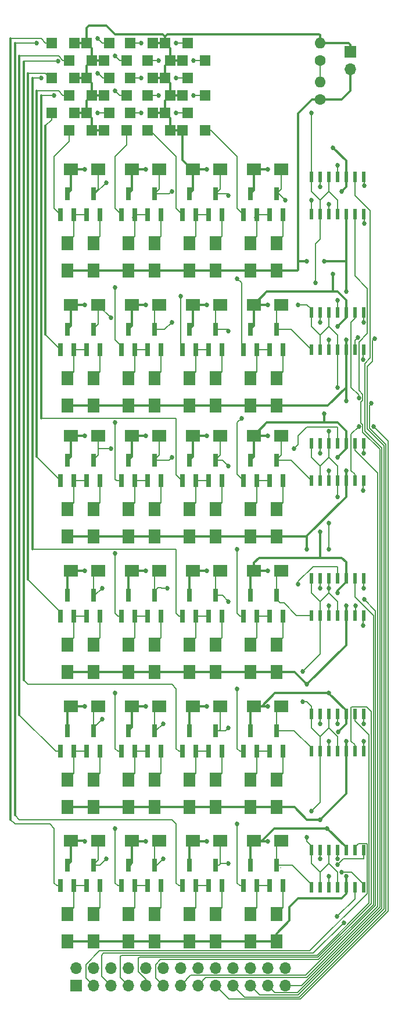
<source format=gtl>
G04 #@! TF.FileFunction,Copper,L1,Top,Signal*
%FSLAX46Y46*%
G04 Gerber Fmt 4.6, Leading zero omitted, Abs format (unit mm)*
G04 Created by KiCad (PCBNEW 4.0.7) date Wed Feb 14 16:44:24 2018*
%MOMM*%
%LPD*%
G01*
G04 APERTURE LIST*
%ADD10C,0.100000*%
%ADD11R,0.600000X1.500000*%
%ADD12R,1.700000X1.700000*%
%ADD13O,1.700000X1.700000*%
%ADD14R,0.800000X1.900000*%
%ADD15R,2.000000X1.700000*%
%ADD16R,1.500000X1.500000*%
%ADD17C,1.600000*%
%ADD18O,1.600000X1.600000*%
%ADD19R,1.700000X2.000000*%
%ADD20C,0.685800*%
%ADD21C,0.152400*%
%ADD22C,0.304800*%
G04 APERTURE END LIST*
D10*
D11*
X67583219Y-38199377D03*
X66313219Y-38199377D03*
X65043219Y-38199377D03*
X63773219Y-38199377D03*
X62503219Y-38199377D03*
X61233219Y-38199377D03*
X59963219Y-38199377D03*
X59963219Y-43599377D03*
X61233219Y-43599377D03*
X62503219Y-43599377D03*
X63773219Y-43599377D03*
X65043219Y-43599377D03*
X66313219Y-43599377D03*
X67583219Y-43599377D03*
X67583219Y-96619377D03*
X66313219Y-96619377D03*
X65043219Y-96619377D03*
X63773219Y-96619377D03*
X62503219Y-96619377D03*
X61233219Y-96619377D03*
X59963219Y-96619377D03*
X59963219Y-102019377D03*
X61233219Y-102019377D03*
X62503219Y-102019377D03*
X63773219Y-102019377D03*
X65043219Y-102019377D03*
X66313219Y-102019377D03*
X67583219Y-102019377D03*
D12*
X25673219Y-155834377D03*
D13*
X25673219Y-153294377D03*
X28213219Y-155834377D03*
X28213219Y-153294377D03*
X30753219Y-155834377D03*
X30753219Y-153294377D03*
X33293219Y-155834377D03*
X33293219Y-153294377D03*
X35833219Y-155834377D03*
X35833219Y-153294377D03*
X38373219Y-155834377D03*
X38373219Y-153294377D03*
X40913219Y-155834377D03*
X40913219Y-153294377D03*
X43453219Y-155834377D03*
X43453219Y-153294377D03*
X45993219Y-155834377D03*
X45993219Y-153294377D03*
X48533219Y-155834377D03*
X48533219Y-153294377D03*
X51073219Y-155834377D03*
X51073219Y-153294377D03*
X53613219Y-155834377D03*
X53613219Y-153294377D03*
X56153219Y-155834377D03*
X56153219Y-153294377D03*
D11*
X67583219Y-76934377D03*
X66313219Y-76934377D03*
X65043219Y-76934377D03*
X63773219Y-76934377D03*
X62503219Y-76934377D03*
X61233219Y-76934377D03*
X59963219Y-76934377D03*
X59963219Y-82334377D03*
X61233219Y-82334377D03*
X62503219Y-82334377D03*
X63773219Y-82334377D03*
X65043219Y-82334377D03*
X66313219Y-82334377D03*
X67583219Y-82334377D03*
X67583219Y-136149377D03*
X66313219Y-136149377D03*
X65043219Y-136149377D03*
X63773219Y-136149377D03*
X62503219Y-136149377D03*
X61233219Y-136149377D03*
X59963219Y-136149377D03*
X59963219Y-141549377D03*
X61233219Y-141549377D03*
X62503219Y-141549377D03*
X63773219Y-141549377D03*
X65043219Y-141549377D03*
X66313219Y-141549377D03*
X67583219Y-141549377D03*
X67583219Y-116304377D03*
X66313219Y-116304377D03*
X65043219Y-116304377D03*
X63773219Y-116304377D03*
X62503219Y-116304377D03*
X61233219Y-116304377D03*
X59963219Y-116304377D03*
X59963219Y-121704377D03*
X61233219Y-121704377D03*
X62503219Y-121704377D03*
X63773219Y-121704377D03*
X65043219Y-121704377D03*
X66313219Y-121704377D03*
X67583219Y-121704377D03*
D14*
X41233219Y-141333477D03*
X43133219Y-141333477D03*
X42183219Y-138333477D03*
X53933219Y-141333477D03*
X55833219Y-141333477D03*
X54883219Y-138333477D03*
D15*
X46723219Y-134753477D03*
X42723219Y-134753477D03*
D16*
X33548219Y-18674377D03*
X36848219Y-18674377D03*
X33038219Y-26294377D03*
X29738219Y-26294377D03*
D15*
X28943219Y-134753477D03*
X24943219Y-134753477D03*
D16*
X22118219Y-18674377D03*
X25418219Y-18674377D03*
D15*
X37833219Y-134753477D03*
X33833219Y-134753477D03*
D16*
X30498219Y-18674377D03*
X27198219Y-18674377D03*
D15*
X55613219Y-134753477D03*
X51613219Y-134753477D03*
D16*
X41928219Y-18674377D03*
X38628219Y-18674377D03*
D15*
X28943219Y-115194377D03*
X24943219Y-115194377D03*
D16*
X24658219Y-21214377D03*
X27958219Y-21214377D03*
D15*
X37833219Y-115194377D03*
X33833219Y-115194377D03*
D16*
X33038219Y-21214377D03*
X29738219Y-21214377D03*
D15*
X46723219Y-115194377D03*
X42723219Y-115194377D03*
D16*
X36088219Y-21214377D03*
X39388219Y-21214377D03*
D15*
X55613219Y-115194377D03*
X51613219Y-115194377D03*
D16*
X44468219Y-21214377D03*
X41168219Y-21214377D03*
D15*
X28943219Y-95509377D03*
X24943219Y-95509377D03*
D16*
X22118219Y-23754377D03*
X25418219Y-23754377D03*
D15*
X37833219Y-95509377D03*
X33833219Y-95509377D03*
D16*
X30498219Y-23754377D03*
X27198219Y-23754377D03*
D15*
X46723219Y-95509377D03*
X42723219Y-95509377D03*
D16*
X33548219Y-23754377D03*
X36848219Y-23754377D03*
D15*
X55613219Y-95509377D03*
X51613219Y-95509377D03*
D16*
X41928219Y-23754377D03*
X38628219Y-23754377D03*
D15*
X28943219Y-75824377D03*
X24943219Y-75824377D03*
D16*
X24658219Y-26294377D03*
X27958219Y-26294377D03*
D15*
X37833219Y-75824377D03*
X33833219Y-75824377D03*
X46723219Y-75824377D03*
X42723219Y-75824377D03*
D16*
X36088219Y-26294377D03*
X39388219Y-26294377D03*
D15*
X55613219Y-75824377D03*
X51613219Y-75824377D03*
D16*
X44468219Y-26294377D03*
X41168219Y-26294377D03*
D15*
X28943219Y-56774377D03*
X24943219Y-56774377D03*
D16*
X22118219Y-28834377D03*
X25418219Y-28834377D03*
D15*
X37833219Y-56774377D03*
X33833219Y-56774377D03*
D16*
X30498219Y-28834377D03*
X27198219Y-28834377D03*
D15*
X46723219Y-56774377D03*
X42723219Y-56774377D03*
D16*
X33548219Y-28834377D03*
X36848219Y-28834377D03*
D15*
X55613219Y-56774377D03*
X51613219Y-56774377D03*
D16*
X41928219Y-28834377D03*
X38628219Y-28834377D03*
D15*
X28943219Y-37089377D03*
X24943219Y-37089377D03*
D16*
X24658219Y-31374377D03*
X27958219Y-31374377D03*
D15*
X37833219Y-37089377D03*
X33833219Y-37089377D03*
D16*
X33038219Y-31374377D03*
X29738219Y-31374377D03*
D15*
X46723219Y-37089377D03*
X42723219Y-37089377D03*
D16*
X36088219Y-31374377D03*
X39388219Y-31374377D03*
D15*
X55613219Y-37089377D03*
X51613219Y-37089377D03*
D16*
X44468219Y-31374377D03*
X41168219Y-31374377D03*
D12*
X65678219Y-19944377D03*
D13*
X65678219Y-22484377D03*
D14*
X23453219Y-141333477D03*
X25353219Y-141333477D03*
X24403219Y-138333477D03*
X27263219Y-141333477D03*
X29163219Y-141333477D03*
X28213219Y-138333477D03*
X32343219Y-141333477D03*
X34243219Y-141333477D03*
X33293219Y-138333477D03*
X36153219Y-141333477D03*
X38053219Y-141333477D03*
X37103219Y-138333477D03*
X45043219Y-141333477D03*
X46943219Y-141333477D03*
X45993219Y-138333477D03*
X50123219Y-141333477D03*
X52023219Y-141333477D03*
X51073219Y-138333477D03*
X23453219Y-121774377D03*
X25353219Y-121774377D03*
X24403219Y-118774377D03*
X27263219Y-121774377D03*
X29163219Y-121774377D03*
X28213219Y-118774377D03*
X32343219Y-121774377D03*
X34243219Y-121774377D03*
X33293219Y-118774377D03*
X36153219Y-121774377D03*
X38053219Y-121774377D03*
X37103219Y-118774377D03*
X41233219Y-121774377D03*
X43133219Y-121774377D03*
X42183219Y-118774377D03*
X45043219Y-121774377D03*
X46943219Y-121774377D03*
X45993219Y-118774377D03*
X50123219Y-121774377D03*
X52023219Y-121774377D03*
X51073219Y-118774377D03*
X53933219Y-121774377D03*
X55833219Y-121774377D03*
X54883219Y-118774377D03*
X23453219Y-102089377D03*
X25353219Y-102089377D03*
X24403219Y-99089377D03*
X27263219Y-102089377D03*
X29163219Y-102089377D03*
X28213219Y-99089377D03*
X32343219Y-102089377D03*
X34243219Y-102089377D03*
X33293219Y-99089377D03*
X36153219Y-102089377D03*
X38053219Y-102089377D03*
X37103219Y-99089377D03*
X41233219Y-102089377D03*
X43133219Y-102089377D03*
X42183219Y-99089377D03*
X45043219Y-102089377D03*
X46943219Y-102089377D03*
X45993219Y-99089377D03*
X50123219Y-102089377D03*
X52023219Y-102089377D03*
X51073219Y-99089377D03*
X53933219Y-102089377D03*
X55833219Y-102089377D03*
X54883219Y-99089377D03*
X23453219Y-82404377D03*
X25353219Y-82404377D03*
X24403219Y-79404377D03*
X27263219Y-82404377D03*
X29163219Y-82404377D03*
X28213219Y-79404377D03*
X32343219Y-82404377D03*
X34243219Y-82404377D03*
X33293219Y-79404377D03*
X36153219Y-82404377D03*
X38053219Y-82404377D03*
X37103219Y-79404377D03*
X41233219Y-82404377D03*
X43133219Y-82404377D03*
X42183219Y-79404377D03*
X45043219Y-82404377D03*
X46943219Y-82404377D03*
X45993219Y-79404377D03*
X50123219Y-82404377D03*
X52023219Y-82404377D03*
X51073219Y-79404377D03*
X53933219Y-82404377D03*
X55833219Y-82404377D03*
X54883219Y-79404377D03*
X23453219Y-63354377D03*
X25353219Y-63354377D03*
X24403219Y-60354377D03*
X27263219Y-63354377D03*
X29163219Y-63354377D03*
X28213219Y-60354377D03*
X32343219Y-63354377D03*
X34243219Y-63354377D03*
X33293219Y-60354377D03*
X36153219Y-63354377D03*
X38053219Y-63354377D03*
X37103219Y-60354377D03*
X41233219Y-63354377D03*
X43133219Y-63354377D03*
X42183219Y-60354377D03*
X45043219Y-63354377D03*
X46943219Y-63354377D03*
X45993219Y-60354377D03*
X50123219Y-63354377D03*
X52023219Y-63354377D03*
X51073219Y-60354377D03*
X53933219Y-63354377D03*
X55833219Y-63354377D03*
X54883219Y-60354377D03*
X23453219Y-43669377D03*
X25353219Y-43669377D03*
X24403219Y-40669377D03*
X27263219Y-43669377D03*
X29163219Y-43669377D03*
X28213219Y-40669377D03*
X32343219Y-43669377D03*
X34243219Y-43669377D03*
X33293219Y-40669377D03*
X36153219Y-43669377D03*
X38053219Y-43669377D03*
X37103219Y-40669377D03*
X41233219Y-43669377D03*
X43133219Y-43669377D03*
X42183219Y-40669377D03*
X45043219Y-43669377D03*
X46943219Y-43669377D03*
X45993219Y-40669377D03*
X50123219Y-43669377D03*
X52023219Y-43669377D03*
X51073219Y-40669377D03*
X53933219Y-43669377D03*
X55833219Y-43669377D03*
X54883219Y-40669377D03*
D17*
X61233219Y-21214377D03*
D18*
X61233219Y-18674377D03*
D17*
X61233219Y-26929377D03*
D18*
X61233219Y-24389377D03*
D19*
X24403219Y-145453477D03*
X24403219Y-149453477D03*
X28213219Y-145453477D03*
X28213219Y-149453477D03*
X33293219Y-145453477D03*
X33293219Y-149453477D03*
X37103219Y-145453477D03*
X37103219Y-149453477D03*
X42183219Y-145453477D03*
X42183219Y-149453477D03*
X45993219Y-145453477D03*
X45993219Y-149453477D03*
X51073219Y-145453477D03*
X51073219Y-149453477D03*
X54883219Y-145453477D03*
X54883219Y-149453477D03*
X24403219Y-125894377D03*
X24403219Y-129894377D03*
X28213219Y-125894377D03*
X28213219Y-129894377D03*
X33293219Y-125894377D03*
X33293219Y-129894377D03*
X37103219Y-125894377D03*
X37103219Y-129894377D03*
X42183219Y-125894377D03*
X42183219Y-129894377D03*
X45993219Y-125894377D03*
X45993219Y-129894377D03*
X51073219Y-125894377D03*
X51073219Y-129894377D03*
X54883219Y-125894377D03*
X54883219Y-129894377D03*
X24403219Y-106209377D03*
X24403219Y-110209377D03*
X28213219Y-106209377D03*
X28213219Y-110209377D03*
X33293219Y-106209377D03*
X33293219Y-110209377D03*
X37103219Y-106209377D03*
X37103219Y-110209377D03*
X42183219Y-106209377D03*
X42183219Y-110209377D03*
X45993219Y-106209377D03*
X45993219Y-110209377D03*
X51073219Y-106209377D03*
X51073219Y-110209377D03*
X54883219Y-106209377D03*
X54883219Y-110209377D03*
X24403219Y-86524377D03*
X24403219Y-90524377D03*
X28213219Y-86524377D03*
X28213219Y-90524377D03*
X33293219Y-86524377D03*
X33293219Y-90524377D03*
X37103219Y-86524377D03*
X37103219Y-90524377D03*
X42183219Y-86524377D03*
X42183219Y-90524377D03*
X45993219Y-86524377D03*
X45993219Y-90524377D03*
X51073219Y-86524377D03*
X51073219Y-90524377D03*
X54883219Y-86524377D03*
X54883219Y-90524377D03*
X24403219Y-67474377D03*
X24403219Y-71474377D03*
X28213219Y-67474377D03*
X28213219Y-71474377D03*
X33293219Y-67474377D03*
X33293219Y-71474377D03*
X37103219Y-67474377D03*
X37103219Y-71474377D03*
X42183219Y-67474377D03*
X42183219Y-71474377D03*
X45993219Y-67474377D03*
X45993219Y-71474377D03*
X51073219Y-67474377D03*
X51073219Y-71474377D03*
X54883219Y-67474377D03*
X54883219Y-71474377D03*
X24403219Y-47789377D03*
X24403219Y-51789377D03*
X28213219Y-47789377D03*
X28213219Y-51789377D03*
X33293219Y-47789377D03*
X33293219Y-51789377D03*
X37103219Y-47789377D03*
X37103219Y-51789377D03*
X42183219Y-47789377D03*
X42183219Y-51789377D03*
X45993219Y-47789377D03*
X45993219Y-51789377D03*
X51073219Y-47789377D03*
X51073219Y-51789377D03*
X54883219Y-47789377D03*
X54883219Y-51789377D03*
D11*
X67583219Y-57884377D03*
X66313219Y-57884377D03*
X65043219Y-57884377D03*
X63773219Y-57884377D03*
X62503219Y-57884377D03*
X61233219Y-57884377D03*
X59963219Y-57884377D03*
X59963219Y-63284377D03*
X61233219Y-63284377D03*
X62503219Y-63284377D03*
X63773219Y-63284377D03*
X65043219Y-63284377D03*
X66313219Y-63284377D03*
X67583219Y-63284377D03*
D20*
X63138219Y-33914377D03*
X63138219Y-52329377D03*
X64408219Y-40264377D03*
X63773219Y-59949377D03*
X61868219Y-72649377D03*
X62318219Y-132974377D03*
X63859831Y-118917765D03*
X62503219Y-113289377D03*
X63773219Y-98684377D03*
X53613219Y-134879377D03*
X44723219Y-134879377D03*
X35833219Y-134879377D03*
X26943219Y-134879377D03*
X63773219Y-78999377D03*
X61233219Y-89794377D03*
X26943219Y-115194377D03*
X35833219Y-115194377D03*
X44723219Y-115194377D03*
X53613219Y-115194377D03*
X26943219Y-95509377D03*
X35833219Y-95509377D03*
X44723219Y-95509377D03*
X53613219Y-95509377D03*
X26943219Y-75824377D03*
X35833219Y-75824377D03*
X44723219Y-75824377D03*
X53613219Y-75824377D03*
X53613219Y-56774377D03*
X44723219Y-56774377D03*
X35833219Y-56774377D03*
X26943219Y-56774377D03*
X26943219Y-37089377D03*
X35833219Y-37089377D03*
X44723219Y-37089377D03*
X53613219Y-37089377D03*
X30118219Y-137419377D03*
X63773219Y-137419377D03*
X38373219Y-137419377D03*
X61233219Y-137419377D03*
X47898219Y-138054377D03*
X62503219Y-139959377D03*
X29483219Y-117099377D03*
X63773219Y-117734377D03*
X38373219Y-117734377D03*
X61233219Y-117734377D03*
X62503219Y-120274377D03*
X47898219Y-118369377D03*
X29483219Y-98049377D03*
X58058219Y-97414377D03*
X39008219Y-98049377D03*
X61233219Y-98049377D03*
X47898219Y-99954377D03*
X62503219Y-100589377D03*
X57423219Y-77729377D03*
X30753219Y-77729377D03*
X61233219Y-78364377D03*
X39643219Y-78999377D03*
X62503219Y-80904377D03*
X47898219Y-80269377D03*
X63773219Y-56139377D03*
X30753219Y-58679377D03*
X39643219Y-59314377D03*
X61233219Y-59314377D03*
X47898219Y-60584377D03*
X62503219Y-61854377D03*
X63773219Y-36454377D03*
X30118219Y-38994377D03*
X39643219Y-40264377D03*
X61233219Y-39629377D03*
X62503219Y-42169377D03*
X47898219Y-40899377D03*
X56153219Y-41534377D03*
X59963219Y-41534377D03*
X63773219Y-138257580D03*
X64712472Y-146689830D03*
X63697019Y-145826777D03*
X64408219Y-139324377D03*
X67583219Y-117734377D03*
X67583219Y-120274377D03*
X67583219Y-98049377D03*
X66440219Y-100563977D03*
X67659419Y-99649577D03*
X67507019Y-103459577D03*
X67583219Y-78364377D03*
X66897419Y-74503577D03*
X69031019Y-74478177D03*
X67507019Y-83799977D03*
X66897419Y-70388777D03*
X68726219Y-71150777D03*
X67583219Y-59314377D03*
X66745019Y-61549577D03*
X69183419Y-61701977D03*
X67507019Y-64749977D03*
X67659419Y-39451577D03*
X67659419Y-44937977D03*
X61233219Y-131704377D03*
X59328219Y-50424377D03*
X61868219Y-50424377D03*
X65043219Y-139959377D03*
X65043219Y-120274377D03*
X59328219Y-112019377D03*
X65043219Y-100589377D03*
X59328219Y-92334377D03*
X65043219Y-80904377D03*
X65043219Y-70744377D03*
X65043219Y-54869377D03*
X65043219Y-61854377D03*
X59328219Y-134244377D03*
X58693219Y-114559377D03*
X62503219Y-92334377D03*
X58058219Y-56774377D03*
X60598219Y-53599377D03*
X59963219Y-28834377D03*
X58693219Y-110114377D03*
X59963219Y-130434377D03*
X62503219Y-88524377D03*
X63773219Y-84714377D03*
X62503219Y-98049377D03*
X63773219Y-68839377D03*
X62503219Y-75189377D03*
X31388219Y-132974377D03*
X28848219Y-18039377D03*
X19958219Y-18674377D03*
X35198219Y-18674377D03*
X49168219Y-132339377D03*
X40278219Y-18674377D03*
X31388219Y-113289377D03*
X31388219Y-20579377D03*
X23040407Y-21307189D03*
X37738219Y-21214377D03*
X49168219Y-112654377D03*
X42818219Y-21214377D03*
X31388219Y-92969377D03*
X28848219Y-23119377D03*
X20593219Y-23754377D03*
X35198219Y-23754377D03*
X49168219Y-92334377D03*
X40278219Y-23754377D03*
X31388219Y-25659377D03*
X31388219Y-73919377D03*
X37738219Y-26294377D03*
X22498219Y-26294377D03*
X49803219Y-73284377D03*
X42818219Y-26294377D03*
X31388219Y-54234377D03*
X28848219Y-28834377D03*
X35198219Y-28834377D03*
X40913219Y-55504377D03*
X49168219Y-52964377D03*
X40278219Y-28834377D03*
D21*
X55518219Y-138689377D02*
X55511820Y-138682978D01*
D22*
X27578219Y-16134377D02*
X27198219Y-16514377D01*
X27198219Y-16514377D02*
X27198219Y-18674377D01*
X30118219Y-16134377D02*
X27578219Y-16134377D01*
X31388219Y-17404377D02*
X30118219Y-16134377D01*
X37738219Y-17467876D02*
X31388219Y-17467876D01*
D21*
X31388219Y-17467876D02*
X31388219Y-17404377D01*
D22*
X61094589Y-17404377D02*
X38995819Y-17404377D01*
X38995819Y-17404377D02*
X38628219Y-17771977D01*
X38628219Y-17771977D02*
X38628219Y-18674377D01*
X61233219Y-18674377D02*
X61233219Y-17543007D01*
X61233219Y-17543007D02*
X61094589Y-17404377D01*
X65678219Y-19944377D02*
X65678219Y-18941977D01*
X65678219Y-18941977D02*
X65410619Y-18674377D01*
X65410619Y-18674377D02*
X62364589Y-18674377D01*
X62364589Y-18674377D02*
X61233219Y-18674377D01*
X65043219Y-35819377D02*
X63138219Y-33914377D01*
X65043219Y-38199377D02*
X65043219Y-35819377D01*
X38324118Y-17467876D02*
X37738219Y-17467876D01*
X27958219Y-21214377D02*
X27958219Y-19434377D01*
X27958219Y-19434377D02*
X27198219Y-18674377D01*
X27198219Y-23754377D02*
X27198219Y-21974377D01*
X27198219Y-21974377D02*
X27958219Y-21214377D01*
X27958219Y-26294377D02*
X27958219Y-24514377D01*
X27958219Y-24514377D02*
X27198219Y-23754377D01*
X27198219Y-28834377D02*
X27198219Y-27054377D01*
X27198219Y-27054377D02*
X27958219Y-26294377D01*
X27958219Y-31374377D02*
X27958219Y-29594377D01*
X27958219Y-29594377D02*
X27198219Y-28834377D01*
X27958219Y-31374377D02*
X29738219Y-31374377D01*
X27198219Y-28834377D02*
X25418219Y-28834377D01*
X27958219Y-26294377D02*
X29738219Y-26294377D01*
X27198219Y-23754377D02*
X25418219Y-23754377D01*
X27958219Y-21214377D02*
X29738219Y-21214377D01*
X27198219Y-18674377D02*
X25418219Y-18674377D01*
X38628219Y-17771977D02*
X38324118Y-17467876D01*
X39388219Y-31374377D02*
X41168219Y-31374377D01*
X38628219Y-28834377D02*
X36848219Y-28834377D01*
X39388219Y-26294377D02*
X41168219Y-26294377D01*
X38628219Y-23754377D02*
X36848219Y-23754377D01*
X39388219Y-21214377D02*
X41168219Y-21214377D01*
X38628219Y-18674377D02*
X36848219Y-18674377D01*
X39388219Y-21214377D02*
X39388219Y-19434377D01*
X39388219Y-19434377D02*
X38628219Y-18674377D01*
X38628219Y-23754377D02*
X38628219Y-21974377D01*
X38628219Y-21974377D02*
X39388219Y-21214377D01*
X39388219Y-26294377D02*
X39388219Y-24514377D01*
X39388219Y-24514377D02*
X38628219Y-23754377D01*
X38628219Y-28834377D02*
X38628219Y-27054377D01*
X38628219Y-27054377D02*
X39388219Y-26294377D01*
X39388219Y-31374377D02*
X39388219Y-29594377D01*
X39388219Y-29594377D02*
X38628219Y-28834377D01*
X42723219Y-37089377D02*
X42573219Y-37089377D01*
X42573219Y-37089377D02*
X41168219Y-35684377D01*
X41168219Y-35684377D02*
X41168219Y-32276777D01*
X41168219Y-32276777D02*
X41168219Y-31374377D01*
X64408219Y-40264377D02*
X65043219Y-39629377D01*
X63138219Y-54869377D02*
X63138219Y-52329377D01*
X65043219Y-39629377D02*
X65043219Y-38199377D01*
X63138219Y-54869377D02*
X53518219Y-54869377D01*
X53518219Y-54869377D02*
X51613219Y-56774377D01*
X63773219Y-54869377D02*
X63138219Y-54869377D01*
X63773219Y-59949377D02*
X65043219Y-58679377D01*
X65043219Y-58679377D02*
X65043219Y-57884377D01*
X61868219Y-73919377D02*
X53518219Y-73919377D01*
X63773219Y-73919377D02*
X61868219Y-73919377D01*
X61868219Y-73919377D02*
X61868219Y-72649377D01*
X65043219Y-116304377D02*
X65043219Y-117734377D01*
X65043219Y-117734377D02*
X63859831Y-118917765D01*
X65043219Y-96619377D02*
X65043219Y-97069377D01*
X65043219Y-97069377D02*
X63773219Y-98339377D01*
X63773219Y-98339377D02*
X63773219Y-98684377D01*
X62478219Y-113289377D02*
X54670619Y-113289377D01*
X54670619Y-113289377D02*
X52765619Y-115194377D01*
X52765619Y-115194377D02*
X51613219Y-115194377D01*
X65043219Y-116304377D02*
X65043219Y-115854377D01*
X65043219Y-115854377D02*
X62478219Y-113289377D01*
X65043219Y-135699377D02*
X62318219Y-132974377D01*
X62318219Y-132974377D02*
X54544719Y-132974377D01*
X54544719Y-132974377D02*
X52765619Y-134753477D01*
X52765619Y-134753477D02*
X51613219Y-134753477D01*
X65043219Y-136149377D02*
X65043219Y-135699377D01*
X53613219Y-134879377D02*
X51739119Y-134879377D01*
X51739119Y-134879377D02*
X51613219Y-134753477D01*
X44723219Y-134879377D02*
X42849119Y-134879377D01*
X42849119Y-134879377D02*
X42723219Y-134753477D01*
X35833219Y-134879377D02*
X33959119Y-134879377D01*
X33959119Y-134879377D02*
X33833219Y-134753477D01*
X24943219Y-134753477D02*
X26817319Y-134753477D01*
X26817319Y-134753477D02*
X26943219Y-134879377D01*
X42183219Y-138333477D02*
X42183219Y-135293477D01*
X42183219Y-135293477D02*
X42723219Y-134753477D01*
X51073219Y-138333477D02*
X51073219Y-135293477D01*
X51073219Y-135293477D02*
X51613219Y-134753477D01*
X63773219Y-78999377D02*
X65043219Y-77729377D01*
X65043219Y-77729377D02*
X65043219Y-76934377D01*
X65043219Y-77094377D02*
X65043219Y-76934377D01*
X61233219Y-93604377D02*
X52343219Y-93604377D01*
X64408219Y-93604377D02*
X61233219Y-93604377D01*
X61233219Y-93604377D02*
X61233219Y-89794377D01*
X65043219Y-96619377D02*
X65043219Y-94239377D01*
X65043219Y-94239377D02*
X64408219Y-93604377D01*
X52343219Y-93604377D02*
X51613219Y-94334377D01*
X51613219Y-94334377D02*
X51613219Y-95509377D01*
X26943219Y-115194377D02*
X24943219Y-115194377D01*
X35833219Y-115194377D02*
X33833219Y-115194377D01*
X44723219Y-115194377D02*
X42723219Y-115194377D01*
X51613219Y-115194377D02*
X53613219Y-115194377D01*
X51073219Y-118774377D02*
X51073219Y-115734377D01*
X51073219Y-115734377D02*
X51613219Y-115194377D01*
X42183219Y-118774377D02*
X42183219Y-115734377D01*
X42183219Y-115734377D02*
X42723219Y-115194377D01*
X33833219Y-115194377D02*
X33833219Y-118234377D01*
X33833219Y-118234377D02*
X33293219Y-118774377D01*
X24403219Y-118774377D02*
X24403219Y-115734377D01*
X24403219Y-115734377D02*
X24943219Y-115194377D01*
X26943219Y-95509377D02*
X24943219Y-95509377D01*
X35833219Y-95509377D02*
X33833219Y-95509377D01*
X44723219Y-95509377D02*
X42723219Y-95509377D01*
X51613219Y-95509377D02*
X53613219Y-95509377D01*
X51073219Y-99089377D02*
X51073219Y-96049377D01*
X51073219Y-96049377D02*
X51613219Y-95509377D01*
X33293219Y-99089377D02*
X33293219Y-96049377D01*
X33293219Y-96049377D02*
X33833219Y-95509377D01*
X42183219Y-99089377D02*
X42183219Y-96049377D01*
X42183219Y-96049377D02*
X42723219Y-95509377D01*
X24403219Y-99089377D02*
X24403219Y-96049377D01*
X24403219Y-96049377D02*
X24943219Y-95509377D01*
X44723219Y-75824377D02*
X42723219Y-75824377D01*
X65043219Y-76934377D02*
X65043219Y-75189377D01*
X53518219Y-73919377D02*
X51613219Y-75824377D01*
X65043219Y-75189377D02*
X63773219Y-73919377D01*
X51613219Y-75824377D02*
X51613219Y-78864377D01*
X51613219Y-78864377D02*
X51073219Y-79404377D01*
X42723219Y-75824377D02*
X42723219Y-78864377D01*
X42723219Y-78864377D02*
X42183219Y-79404377D01*
X24943219Y-75824377D02*
X24943219Y-78864377D01*
X24943219Y-78864377D02*
X24403219Y-79404377D01*
X33833219Y-75824377D02*
X33833219Y-78864377D01*
X33833219Y-78864377D02*
X33293219Y-79404377D01*
X26943219Y-75824377D02*
X24943219Y-75824377D01*
X35833219Y-75824377D02*
X33833219Y-75824377D01*
X51613219Y-75824377D02*
X53613219Y-75824377D01*
X65043219Y-57884377D02*
X65043219Y-56139377D01*
X65043219Y-56139377D02*
X63773219Y-54869377D01*
X24943219Y-56774377D02*
X24943219Y-59814377D01*
X24943219Y-59814377D02*
X24403219Y-60354377D01*
X33833219Y-56774377D02*
X33833219Y-59814377D01*
X33833219Y-59814377D02*
X33293219Y-60354377D01*
X42723219Y-56774377D02*
X42723219Y-59814377D01*
X42723219Y-59814377D02*
X42183219Y-60354377D01*
X51613219Y-56774377D02*
X51613219Y-59814377D01*
X51613219Y-59814377D02*
X51073219Y-60354377D01*
X53613219Y-56774377D02*
X51613219Y-56774377D01*
X44723219Y-56774377D02*
X42723219Y-56774377D01*
X24943219Y-56774377D02*
X26943219Y-56774377D01*
X35833219Y-56774377D02*
X33833219Y-56774377D01*
X65043219Y-38199377D02*
X65043219Y-36454377D01*
X24943219Y-37089377D02*
X24943219Y-40129377D01*
X24943219Y-40129377D02*
X24403219Y-40669377D01*
X33833219Y-37089377D02*
X33833219Y-40129377D01*
X33833219Y-40129377D02*
X33293219Y-40669377D01*
X42723219Y-37089377D02*
X42723219Y-40129377D01*
X42723219Y-40129377D02*
X42183219Y-40669377D01*
X51613219Y-37089377D02*
X51613219Y-40129377D01*
X51613219Y-40129377D02*
X51073219Y-40669377D01*
X26943219Y-37089377D02*
X24943219Y-37089377D01*
X35833219Y-37089377D02*
X33833219Y-37089377D01*
X51613219Y-37089377D02*
X53613219Y-37089377D01*
X44723219Y-37089377D02*
X42723219Y-37089377D01*
X33833219Y-134753477D02*
X33833219Y-138023477D01*
X33833219Y-138023477D02*
X33293219Y-138563477D01*
X33293219Y-138563477D02*
X33293219Y-138333477D01*
X24943219Y-134753477D02*
X24943219Y-137793477D01*
X24943219Y-137793477D02*
X24403219Y-138333477D01*
D21*
X30118219Y-137419377D02*
X29204119Y-138333477D01*
X29204119Y-138333477D02*
X28213219Y-138333477D01*
X63773219Y-136149377D02*
X63773219Y-137419377D01*
X28943219Y-134753477D02*
X28943219Y-137603477D01*
X28943219Y-137603477D02*
X28213219Y-138333477D01*
X38373219Y-137419377D02*
X37459119Y-138333477D01*
X37459119Y-138333477D02*
X37103219Y-138333477D01*
X61233219Y-136149377D02*
X61233219Y-137419377D01*
X37103219Y-138333477D02*
X37103219Y-135483477D01*
X37103219Y-135483477D02*
X37833219Y-134753477D01*
X46824719Y-138054377D02*
X46545619Y-138333477D01*
X46545619Y-138333477D02*
X45993219Y-138333477D01*
X47898219Y-138054377D02*
X46824719Y-138054377D01*
X62503219Y-141549377D02*
X62503219Y-139959377D01*
X46545619Y-138333477D02*
X46723219Y-138155877D01*
X46723219Y-138155877D02*
X46723219Y-135755877D01*
X46723219Y-135755877D02*
X46723219Y-134753477D01*
X54883219Y-138333477D02*
X57197319Y-138333477D01*
X57197319Y-138333477D02*
X59963219Y-141099377D01*
X59963219Y-141099377D02*
X59963219Y-141549377D01*
X54883219Y-138333477D02*
X54883219Y-135483477D01*
X54883219Y-135483477D02*
X55613219Y-134753477D01*
X29483219Y-117099377D02*
X28213219Y-118369377D01*
X28213219Y-118369377D02*
X28213219Y-118774377D01*
X63773219Y-116304377D02*
X63773219Y-117734377D01*
X28213219Y-118774377D02*
X28213219Y-115924377D01*
X28213219Y-115924377D02*
X28943219Y-115194377D01*
X61233219Y-116304377D02*
X61233219Y-115854377D01*
X38373219Y-117734377D02*
X37333219Y-118774377D01*
X37333219Y-118774377D02*
X37103219Y-118774377D01*
X61233219Y-116304377D02*
X61233219Y-117734377D01*
X37103219Y-118774377D02*
X37103219Y-115924377D01*
X37103219Y-115924377D02*
X37833219Y-115194377D01*
X62503219Y-120274377D02*
X62503219Y-121704377D01*
X45993219Y-118774377D02*
X47493219Y-118774377D01*
X47493219Y-118774377D02*
X47898219Y-118369377D01*
X45993219Y-118774377D02*
X46545619Y-118774377D01*
X46545619Y-118774377D02*
X46723219Y-118596777D01*
X46723219Y-118596777D02*
X46723219Y-116196777D01*
X46723219Y-116196777D02*
X46723219Y-115194377D01*
X54883219Y-118774377D02*
X57483219Y-118774377D01*
X57483219Y-118774377D02*
X59963219Y-121254377D01*
X59963219Y-121254377D02*
X59963219Y-121704377D01*
X54883219Y-118774377D02*
X54883219Y-115924377D01*
X54883219Y-115924377D02*
X55613219Y-115194377D01*
X29483219Y-98049377D02*
X28443219Y-99089377D01*
X28443219Y-99089377D02*
X28213219Y-99089377D01*
X63773219Y-94874377D02*
X60246737Y-94874377D01*
X60246737Y-94874377D02*
X58058219Y-97062895D01*
X58058219Y-97062895D02*
X58058219Y-97414377D01*
X63773219Y-96619377D02*
X63773219Y-94874377D01*
X28213219Y-99089377D02*
X28213219Y-96239377D01*
X28213219Y-96239377D02*
X28943219Y-95509377D01*
X37103219Y-98539377D02*
X37103219Y-99089377D01*
X39008219Y-98049377D02*
X38143219Y-98049377D01*
X38143219Y-98049377D02*
X38080819Y-97986977D01*
X38080819Y-97986977D02*
X37655619Y-97986977D01*
X37655619Y-97986977D02*
X37103219Y-98539377D01*
X61233219Y-96619377D02*
X61233219Y-98049377D01*
X37103219Y-99089377D02*
X37103219Y-96239377D01*
X37103219Y-96239377D02*
X37833219Y-95509377D01*
X47898219Y-99954377D02*
X47033219Y-99089377D01*
X47033219Y-99089377D02*
X45993219Y-99089377D01*
X62503219Y-102019377D02*
X62503219Y-100589377D01*
X45993219Y-99089377D02*
X45993219Y-96239377D01*
X45993219Y-96239377D02*
X46723219Y-95509377D01*
X59963219Y-102019377D02*
X57813219Y-102019377D01*
X57813219Y-102019377D02*
X55985619Y-100191777D01*
X55985619Y-100191777D02*
X55435619Y-100191777D01*
X55435619Y-100191777D02*
X54883219Y-99639377D01*
X54883219Y-99639377D02*
X54883219Y-99089377D01*
X54883219Y-99089377D02*
X54883219Y-96239377D01*
X54883219Y-96239377D02*
X55613219Y-95509377D01*
X28943219Y-77729377D02*
X30753219Y-77729377D01*
X63773219Y-74554377D02*
X63773219Y-76934377D01*
X59328219Y-74554377D02*
X63773219Y-74554377D01*
X58058219Y-75824377D02*
X59328219Y-74554377D01*
X58058219Y-77094377D02*
X58058219Y-75824377D01*
X57423219Y-77729377D02*
X58058219Y-77094377D01*
X28943219Y-75824377D02*
X28943219Y-77729377D01*
X28943219Y-77729377D02*
X28943219Y-78674377D01*
X28943219Y-78674377D02*
X28213219Y-79404377D01*
X61233219Y-76934377D02*
X61233219Y-78364377D01*
X39238219Y-79404377D02*
X37103219Y-79404377D01*
X39643219Y-78999377D02*
X39238219Y-79404377D01*
X37833219Y-75824377D02*
X37833219Y-78674377D01*
X37833219Y-78674377D02*
X37103219Y-79404377D01*
X45993219Y-79404377D02*
X47033219Y-79404377D01*
X62503219Y-80904377D02*
X62503219Y-82334377D01*
X47033219Y-79404377D02*
X47898219Y-80269377D01*
X46723219Y-75824377D02*
X46723219Y-78674377D01*
X46723219Y-78674377D02*
X45993219Y-79404377D01*
X54883219Y-79404377D02*
X57033219Y-79404377D01*
X57033219Y-79404377D02*
X59963219Y-82334377D01*
X55613219Y-75824377D02*
X55613219Y-78674377D01*
X55613219Y-78674377D02*
X54883219Y-79404377D01*
X28943219Y-56774377D02*
X28943219Y-56869377D01*
X28943219Y-56869377D02*
X30753219Y-58679377D01*
X63773219Y-56139377D02*
X63773219Y-57884377D01*
X28943219Y-56774377D02*
X28943219Y-59624377D01*
X28943219Y-59624377D02*
X28213219Y-60354377D01*
X61233219Y-57884377D02*
X61233219Y-59314377D01*
X38603219Y-60354377D02*
X37103219Y-60354377D01*
X39643219Y-59314377D02*
X38603219Y-60354377D01*
X37103219Y-60354377D02*
X37103219Y-57504377D01*
X37103219Y-57504377D02*
X37833219Y-56774377D01*
X62503219Y-63284377D02*
X62503219Y-61854377D01*
X47668219Y-60354377D02*
X45993219Y-60354377D01*
X47898219Y-60584377D02*
X47668219Y-60354377D01*
X45993219Y-60354377D02*
X45993219Y-57504377D01*
X45993219Y-57504377D02*
X46723219Y-56774377D01*
X54883219Y-60354377D02*
X57033219Y-60354377D01*
X57033219Y-60354377D02*
X59963219Y-63284377D01*
X54883219Y-60354377D02*
X54883219Y-57504377D01*
X54883219Y-57504377D02*
X55613219Y-56774377D01*
X28213219Y-40669377D02*
X28443219Y-40669377D01*
X28443219Y-40669377D02*
X30118219Y-38994377D01*
X63773219Y-36454377D02*
X63773219Y-38199377D01*
X28943219Y-37089377D02*
X28943219Y-39939377D01*
X28943219Y-39939377D02*
X28213219Y-40669377D01*
X61233219Y-38199377D02*
X61233219Y-39629377D01*
X39238219Y-40669377D02*
X37103219Y-40669377D01*
X39643219Y-40264377D02*
X39238219Y-40669377D01*
X37833219Y-37089377D02*
X37833219Y-39939377D01*
X37833219Y-39939377D02*
X37103219Y-40669377D01*
X45993219Y-40669377D02*
X47668219Y-40669377D01*
X62503219Y-42169377D02*
X62503219Y-43599377D01*
X47668219Y-40669377D02*
X47898219Y-40899377D01*
X46723219Y-37089377D02*
X46723219Y-39939377D01*
X46723219Y-39939377D02*
X45993219Y-40669377D01*
X56153219Y-41534377D02*
X55288219Y-40669377D01*
X55288219Y-40669377D02*
X54883219Y-40669377D01*
X59963219Y-43599377D02*
X59963219Y-41534377D01*
X55613219Y-37089377D02*
X55613219Y-39939377D01*
X55613219Y-39939377D02*
X54883219Y-40669377D01*
X29102219Y-150825959D02*
X59768119Y-150825959D01*
X59768119Y-150825959D02*
X68111820Y-142482258D01*
X68111820Y-142482258D02*
X68111820Y-135216496D01*
X68111820Y-135216496D02*
X68066100Y-135170776D01*
X66313219Y-135699377D02*
X66313219Y-136149377D01*
X68066100Y-135170776D02*
X66841820Y-135170776D01*
X66841820Y-135170776D02*
X66313219Y-135699377D01*
X28213219Y-155834377D02*
X27134618Y-154755776D01*
X27134618Y-154755776D02*
X27134618Y-152793560D01*
X27134618Y-152793560D02*
X29102219Y-150825959D01*
X67583219Y-137419377D02*
X64611422Y-137419377D01*
X64611422Y-137419377D02*
X63773219Y-138257580D01*
X67583219Y-137419377D02*
X67583219Y-136149377D01*
X64712472Y-146689830D02*
X60271533Y-151130769D01*
X60271533Y-151130769D02*
X29711819Y-151130769D01*
X29711819Y-151130769D02*
X29407019Y-151435569D01*
X29407019Y-151435569D02*
X29407019Y-154488177D01*
X29903220Y-154984378D02*
X30753219Y-155834377D01*
X29407019Y-154488177D02*
X29903220Y-154984378D01*
X66313219Y-141549377D02*
X66313219Y-143210577D01*
X66313219Y-143210577D02*
X63697019Y-145826777D01*
X65678219Y-139324377D02*
X65549701Y-139324377D01*
X65808219Y-139324377D02*
X65678219Y-139324377D01*
X65678219Y-139324377D02*
X64408219Y-139324377D01*
X67583219Y-141549377D02*
X67583219Y-141099377D01*
X67583219Y-141099377D02*
X65808219Y-139324377D01*
X32332617Y-151435579D02*
X60812545Y-151435579D01*
X68416630Y-119413610D02*
X66313219Y-117310199D01*
X60812545Y-151435579D02*
X68416630Y-143831494D01*
X68416630Y-143831494D02*
X68416630Y-119413610D01*
X66313219Y-117310199D02*
X66313219Y-117206777D01*
X66313219Y-117206777D02*
X66313219Y-116304377D01*
X32150219Y-154691377D02*
X32150219Y-151617977D01*
X32150219Y-151617977D02*
X32332617Y-151435579D01*
X33293219Y-155834377D02*
X32150219Y-154691377D01*
X67583219Y-117734377D02*
X67583219Y-116304377D01*
X68721440Y-143957750D02*
X68721440Y-115981116D01*
X68721440Y-115981116D02*
X68066100Y-115325776D01*
X68066100Y-115325776D02*
X65830338Y-115325776D01*
X66313219Y-120801977D02*
X66313219Y-121704377D01*
X65830338Y-115325776D02*
X65784618Y-115371496D01*
X65784618Y-115371496D02*
X65784618Y-120273376D01*
X65784618Y-120273376D02*
X66313219Y-120801977D01*
X34923407Y-151740389D02*
X60938802Y-151740388D01*
X60938802Y-151740388D02*
X68721440Y-143957750D01*
X35833219Y-155834377D02*
X35833219Y-154890707D01*
X35833219Y-154890707D02*
X34754618Y-153812106D01*
X34754618Y-153812106D02*
X34754618Y-151909178D01*
X34754618Y-151909178D02*
X34923407Y-151740389D01*
X67583219Y-121704377D02*
X67583219Y-120274377D01*
X67743219Y-121544377D02*
X67583219Y-121704377D01*
X69031019Y-144079237D02*
X69031019Y-102005695D01*
X69031019Y-102005695D02*
X66313219Y-99287895D01*
X66313219Y-99287895D02*
X66313219Y-97521777D01*
X66313219Y-97521777D02*
X66313219Y-96619377D01*
X37996089Y-152075177D02*
X61035079Y-152075177D01*
X61035079Y-152075177D02*
X69031019Y-144079237D01*
X38373219Y-155834377D02*
X37294618Y-154755776D01*
X37294618Y-154755776D02*
X37294618Y-152776648D01*
X37294618Y-152776648D02*
X37996089Y-152075177D01*
X67583219Y-98049377D02*
X67583219Y-96619377D01*
X66440219Y-100563977D02*
X66440219Y-101892377D01*
X66440219Y-101892377D02*
X66313219Y-102019377D01*
X69335828Y-101879438D02*
X69335828Y-101325986D01*
X69335828Y-101325986D02*
X67659419Y-99649577D01*
X40913219Y-155834377D02*
X41763218Y-154984378D01*
X42349218Y-154372978D02*
X59168344Y-154372978D01*
X41763218Y-154984378D02*
X41763218Y-154958978D01*
X41763218Y-154958978D02*
X42349218Y-154372978D01*
X59168344Y-154372978D02*
X69335829Y-144205493D01*
X69335829Y-144205493D02*
X69335828Y-101879438D01*
X67507019Y-103459577D02*
X67507019Y-102095577D01*
X67507019Y-102095577D02*
X67583219Y-102019377D01*
X69640638Y-144331750D02*
X69640638Y-81267618D01*
X69640638Y-81267618D02*
X66313219Y-77940199D01*
X66313219Y-77940199D02*
X66313219Y-77836777D01*
X66313219Y-77836777D02*
X66313219Y-76934377D01*
X43453219Y-155834377D02*
X44609808Y-154677788D01*
X44609808Y-154677788D02*
X59294601Y-154677787D01*
X59294601Y-154677787D02*
X69640638Y-144331750D01*
X67583219Y-78364377D02*
X67583219Y-76934377D01*
X71164686Y-145038576D02*
X71164686Y-76687977D01*
X71164686Y-76687977D02*
X71164686Y-76611844D01*
X71164686Y-76611844D02*
X69031019Y-74478177D01*
X69373918Y-74821076D02*
X69031019Y-74478177D01*
X66897419Y-74503577D02*
X65784618Y-75616378D01*
X65784618Y-75616378D02*
X65784618Y-80903376D01*
X65784618Y-80903376D02*
X66313219Y-81431977D01*
X66313219Y-81431977D02*
X66313219Y-82334377D01*
X45993219Y-155834377D02*
X47986247Y-157827405D01*
X47986247Y-157827405D02*
X58375857Y-157827405D01*
X58375857Y-157827405D02*
X71164686Y-145038576D01*
X67507019Y-83799977D02*
X67507019Y-82410577D01*
X67507019Y-82410577D02*
X67583219Y-82334377D01*
X70859876Y-77653177D02*
X70859876Y-77152856D01*
X68421429Y-74630577D02*
X68421429Y-71455567D01*
X70859876Y-77152856D02*
X68421429Y-74714409D01*
X68421429Y-74714409D02*
X68421429Y-74630577D01*
X70859876Y-77653177D02*
X70859876Y-144912320D01*
X70859876Y-77551577D02*
X70859876Y-77653177D01*
X66897419Y-70388777D02*
X66897419Y-69903844D01*
X65784618Y-68791043D02*
X65784618Y-59315378D01*
X66897419Y-69903844D02*
X65784618Y-68791043D01*
X65784618Y-59315378D02*
X66313219Y-58786777D01*
X66313219Y-58786777D02*
X66313219Y-57884377D01*
X68421429Y-71455567D02*
X68726219Y-71150777D01*
X70859876Y-144912320D02*
X58249600Y-157522596D01*
X58249600Y-157522596D02*
X50221438Y-157522596D01*
X50221438Y-157522596D02*
X48533219Y-155834377D01*
X66287819Y-57858977D02*
X66313219Y-57884377D01*
X67583219Y-59314377D02*
X67583219Y-57884377D01*
X68116619Y-74630577D02*
X68116619Y-65790643D01*
X68116619Y-74630577D02*
X68116620Y-74840666D01*
X68116620Y-74840666D02*
X70555066Y-77279112D01*
X70555066Y-77279112D02*
X70555066Y-144710518D01*
X70555066Y-144710518D02*
X58047799Y-157217787D01*
X58047799Y-157217787D02*
X52456629Y-157217787D01*
X52456629Y-157217787D02*
X51073219Y-155834377D01*
X68116619Y-65790643D02*
X68878629Y-65028633D01*
X68878629Y-65028633D02*
X68878629Y-62006767D01*
X68878629Y-62006767D02*
X69183419Y-61701977D01*
X66745019Y-61549577D02*
X66313219Y-61981377D01*
X66313219Y-61981377D02*
X66313219Y-63284377D01*
X67507019Y-64749977D02*
X67507019Y-63360577D01*
X67507019Y-63360577D02*
X67583219Y-63284377D01*
X57921542Y-156912978D02*
X70250258Y-144584262D01*
X68573819Y-64191177D02*
X68573819Y-43128495D01*
X53613219Y-155834377D02*
X54691820Y-156912978D01*
X54691820Y-156912978D02*
X57921542Y-156912978D01*
X70250258Y-77653216D02*
X67786419Y-75189377D01*
X70250258Y-144584262D02*
X70250258Y-77653216D01*
X67786419Y-65316399D02*
X68573819Y-64528999D01*
X67786419Y-75189377D02*
X67786419Y-65316399D01*
X68573819Y-64528999D02*
X68573819Y-64191177D01*
X68573819Y-43128495D02*
X66313219Y-40867895D01*
X66313219Y-40867895D02*
X66313219Y-40823177D01*
X66313219Y-40823177D02*
X66313219Y-38199377D01*
X67659419Y-39451577D02*
X67659419Y-38275577D01*
X67659419Y-38275577D02*
X67583219Y-38199377D01*
X69945448Y-78516777D02*
X69945448Y-77835124D01*
X69945448Y-77835124D02*
X67468920Y-75358596D01*
X66313219Y-52583377D02*
X66313219Y-43599377D01*
X67468920Y-75358596D02*
X67468920Y-74229256D01*
X67468920Y-69817278D02*
X66935518Y-69283876D01*
X67468920Y-74229256D02*
X67202219Y-73962555D01*
X67468920Y-70663098D02*
X67468920Y-69817278D01*
X68154720Y-60985698D02*
X68154720Y-54424878D01*
X67202219Y-73962555D02*
X67202219Y-70929799D01*
X66935518Y-69283876D02*
X66935518Y-62204900D01*
X66935518Y-62204900D02*
X68154720Y-60985698D01*
X67202219Y-70929799D02*
X67468920Y-70663098D01*
X68154720Y-54424878D02*
X66313219Y-52583377D01*
X69945448Y-144458006D02*
X69945448Y-78516777D01*
X69945448Y-78516777D02*
X69945448Y-77983377D01*
X69945448Y-77881806D02*
X69945448Y-77983377D01*
X56153219Y-155834377D02*
X58569077Y-155834377D01*
X58569077Y-155834377D02*
X69945448Y-144458006D01*
X66313219Y-44501777D02*
X66313219Y-43599377D01*
X67659419Y-44937977D02*
X67659419Y-43675577D01*
X67659419Y-43675577D02*
X67583219Y-43599377D01*
D22*
X56816820Y-144404377D02*
X56816820Y-146367476D01*
X58664618Y-143134377D02*
X58086820Y-143134377D01*
X58086820Y-143134377D02*
X56816820Y-144404377D01*
X65043219Y-142499377D02*
X64408219Y-143134377D01*
X64408219Y-143134377D02*
X58664618Y-143134377D01*
X65043219Y-127259377D02*
X65043219Y-127894377D01*
X65043219Y-127894377D02*
X61233219Y-131704377D01*
X59328219Y-131704377D02*
X57518219Y-129894377D01*
X61233219Y-131704377D02*
X59328219Y-131704377D01*
X58058219Y-51694377D02*
X58058219Y-50424377D01*
X58058219Y-50424377D02*
X58058219Y-28973007D01*
X59328219Y-50424377D02*
X58058219Y-50424377D01*
X65043219Y-50424377D02*
X65043219Y-48519377D01*
X65043219Y-54869377D02*
X65043219Y-50424377D01*
X65043219Y-50424377D02*
X61868219Y-50424377D01*
X58058219Y-51694377D02*
X57963219Y-51789377D01*
X57963219Y-51789377D02*
X54883219Y-51789377D01*
X65043219Y-141549377D02*
X65043219Y-139959377D01*
X56816820Y-146367476D02*
X54883219Y-148301077D01*
X54883219Y-148301077D02*
X54883219Y-149453477D01*
X65043219Y-141549377D02*
X65043219Y-142499377D01*
X65678219Y-25659377D02*
X65678219Y-22484377D01*
X64408219Y-26929377D02*
X65678219Y-25659377D01*
X64408219Y-26929377D02*
X61233219Y-26929377D01*
X58058219Y-28973007D02*
X60101849Y-26929377D01*
X60101849Y-26929377D02*
X61233219Y-26929377D01*
X65043219Y-141549377D02*
X65043219Y-141999377D01*
X59328219Y-112019377D02*
X65043219Y-106304377D01*
X65043219Y-106304377D02*
X65043219Y-102019377D01*
X65043219Y-120274377D02*
X65043219Y-121704377D01*
X57303219Y-110209377D02*
X57518219Y-110209377D01*
X57518219Y-110209377D02*
X59328219Y-112019377D01*
X65043219Y-127259377D02*
X65043219Y-121704377D01*
X57518219Y-129894377D02*
X54883219Y-129894377D01*
X65043219Y-100589377D02*
X65043219Y-102019377D01*
X59328219Y-90429377D02*
X59233219Y-90524377D01*
X65043219Y-84714377D02*
X59328219Y-90429377D01*
X59328219Y-90429377D02*
X59328219Y-92334377D01*
X65043219Y-82334377D02*
X65043219Y-84714377D01*
X59233219Y-90524377D02*
X54883219Y-90524377D01*
X54883219Y-110209377D02*
X57303219Y-110209377D01*
X65043219Y-102469377D02*
X65043219Y-102019377D01*
X28213219Y-110209377D02*
X24403219Y-110209377D01*
X33293219Y-110209377D02*
X28213219Y-110209377D01*
X37103219Y-110209377D02*
X33293219Y-110209377D01*
X42183219Y-110209377D02*
X37103219Y-110209377D01*
X45993219Y-110209377D02*
X44990819Y-110209377D01*
X44990819Y-110209377D02*
X42183219Y-110209377D01*
X51073219Y-110209377D02*
X45993219Y-110209377D01*
X54883219Y-110209377D02*
X51073219Y-110209377D01*
X28213219Y-129894377D02*
X24403219Y-129894377D01*
X33293219Y-129894377D02*
X28213219Y-129894377D01*
X37103219Y-129894377D02*
X33293219Y-129894377D01*
X42183219Y-129894377D02*
X37103219Y-129894377D01*
X45993219Y-129894377D02*
X42183219Y-129894377D01*
X51073219Y-129894377D02*
X45993219Y-129894377D01*
X54883219Y-129894377D02*
X51073219Y-129894377D01*
X28213219Y-90524377D02*
X24403219Y-90524377D01*
X33293219Y-90524377D02*
X28213219Y-90524377D01*
X37103219Y-90524377D02*
X33293219Y-90524377D01*
X42183219Y-90524377D02*
X37103219Y-90524377D01*
X45993219Y-90524377D02*
X42183219Y-90524377D01*
X51073219Y-90524377D02*
X45993219Y-90524377D01*
X54883219Y-90524377D02*
X51073219Y-90524377D01*
X65043219Y-68839377D02*
X65043219Y-70744377D01*
X65043219Y-80904377D02*
X65043219Y-82334377D01*
X65043219Y-63284377D02*
X65043219Y-68839377D01*
X62408219Y-71474377D02*
X54883219Y-71474377D01*
X65043219Y-68839377D02*
X62408219Y-71474377D01*
X65043219Y-63284377D02*
X65043219Y-61854377D01*
X65043219Y-43599377D02*
X65043219Y-48519377D01*
X51073219Y-71474377D02*
X54883219Y-71474377D01*
X45993219Y-71474377D02*
X51073219Y-71474377D01*
X42183219Y-71474377D02*
X45993219Y-71474377D01*
X37103219Y-71474377D02*
X42183219Y-71474377D01*
X33293219Y-71474377D02*
X37103219Y-71474377D01*
X28213219Y-71474377D02*
X33293219Y-71474377D01*
X24403219Y-71474377D02*
X28213219Y-71474377D01*
X51073219Y-149453477D02*
X54883219Y-149453477D01*
X45993219Y-149453477D02*
X51073219Y-149453477D01*
X42183219Y-149453477D02*
X45993219Y-149453477D01*
X37103219Y-149453477D02*
X42723219Y-149453477D01*
X42723219Y-149453477D02*
X42183219Y-149453477D01*
X33293219Y-149453477D02*
X37103219Y-149453477D01*
X28213219Y-149453477D02*
X33293219Y-149453477D01*
X24403219Y-149453477D02*
X28213219Y-149453477D01*
X51073219Y-51789377D02*
X54883219Y-51789377D01*
X45993219Y-51789377D02*
X51073219Y-51789377D01*
X42183219Y-51789377D02*
X45993219Y-51789377D01*
X37103219Y-51789377D02*
X42183219Y-51789377D01*
X33293219Y-51789377D02*
X37103219Y-51789377D01*
X28213219Y-51789377D02*
X33293219Y-51789377D01*
X24403219Y-51789377D02*
X28213219Y-51789377D01*
D21*
X25353219Y-141333477D02*
X25353219Y-144503477D01*
X25353219Y-144503477D02*
X24403219Y-145453477D01*
X27263219Y-141333477D02*
X25353219Y-141333477D01*
X29163219Y-141333477D02*
X29163219Y-144503477D01*
X29163219Y-144503477D02*
X28213219Y-145453477D01*
X34243219Y-141333477D02*
X34243219Y-144503477D01*
X34243219Y-144503477D02*
X33293219Y-145453477D01*
X36153219Y-141333477D02*
X34243219Y-141333477D01*
X38053219Y-141333477D02*
X38053219Y-144503477D01*
X38053219Y-144503477D02*
X37103219Y-145453477D01*
X43133219Y-141333477D02*
X43133219Y-144503477D01*
X43133219Y-144503477D02*
X42183219Y-145453477D01*
X45043219Y-141333477D02*
X43133219Y-141333477D01*
X46943219Y-141333477D02*
X46943219Y-144503477D01*
X46943219Y-144503477D02*
X45993219Y-145453477D01*
X52023219Y-141333477D02*
X52023219Y-144503477D01*
X52023219Y-144503477D02*
X51073219Y-145453477D01*
X53933219Y-141333477D02*
X52023219Y-141333477D01*
X55833219Y-141333477D02*
X55833219Y-144503477D01*
X55833219Y-144503477D02*
X54883219Y-145453477D01*
X25353219Y-121774377D02*
X25353219Y-124944377D01*
X25353219Y-124944377D02*
X24403219Y-125894377D01*
X27263219Y-121774377D02*
X26710819Y-121774377D01*
X26710819Y-121774377D02*
X25353219Y-121774377D01*
X29163219Y-121774377D02*
X29163219Y-124944377D01*
X29163219Y-124944377D02*
X28213219Y-125894377D01*
X36153219Y-121774377D02*
X35600819Y-121774377D01*
X35600819Y-121774377D02*
X34243219Y-121774377D01*
X34243219Y-121774377D02*
X34243219Y-124944377D01*
X34243219Y-124944377D02*
X33293219Y-125894377D01*
X38053219Y-121774377D02*
X38053219Y-124944377D01*
X38053219Y-124944377D02*
X37103219Y-125894377D01*
X43133219Y-121774377D02*
X43133219Y-124944377D01*
X43133219Y-124944377D02*
X42183219Y-125894377D01*
X45043219Y-121774377D02*
X44490819Y-121774377D01*
X44490819Y-121774377D02*
X43133219Y-121774377D01*
X46943219Y-121774377D02*
X46943219Y-124944377D01*
X46943219Y-124944377D02*
X45993219Y-125894377D01*
X53933219Y-121774377D02*
X52023219Y-121774377D01*
X52023219Y-121774377D02*
X52023219Y-124944377D01*
X52023219Y-124944377D02*
X51073219Y-125894377D01*
X55833219Y-121774377D02*
X55833219Y-124944377D01*
X55833219Y-124944377D02*
X54883219Y-125894377D01*
X25353219Y-102089377D02*
X25353219Y-105259377D01*
X25353219Y-105259377D02*
X24403219Y-106209377D01*
X27263219Y-102089377D02*
X25353219Y-102089377D01*
X29163219Y-102089377D02*
X29163219Y-105259377D01*
X29163219Y-105259377D02*
X28213219Y-106209377D01*
X36153219Y-102089377D02*
X35600819Y-102089377D01*
X35600819Y-102089377D02*
X34243219Y-102089377D01*
X34243219Y-102089377D02*
X34243219Y-105259377D01*
X34243219Y-105259377D02*
X33293219Y-106209377D01*
X38053219Y-102089377D02*
X38053219Y-105259377D01*
X38053219Y-105259377D02*
X37103219Y-106209377D01*
X45043219Y-102089377D02*
X44490819Y-102089377D01*
X44490819Y-102089377D02*
X43133219Y-102089377D01*
X43133219Y-102089377D02*
X43133219Y-105259377D01*
X43133219Y-105259377D02*
X42183219Y-106209377D01*
X46943219Y-102089377D02*
X46943219Y-105259377D01*
X46943219Y-105259377D02*
X45993219Y-106209377D01*
X53933219Y-102089377D02*
X53380819Y-102089377D01*
X53380819Y-102089377D02*
X52023219Y-102089377D01*
X52023219Y-102089377D02*
X52023219Y-105259377D01*
X52023219Y-105259377D02*
X51073219Y-106209377D01*
X55833219Y-102089377D02*
X55833219Y-105259377D01*
X55833219Y-105259377D02*
X54883219Y-106209377D01*
X25353219Y-82404377D02*
X27263219Y-82404377D01*
X25353219Y-82404377D02*
X25353219Y-85574377D01*
X25353219Y-85574377D02*
X24403219Y-86524377D01*
X29163219Y-82404377D02*
X29163219Y-85574377D01*
X29163219Y-85574377D02*
X28213219Y-86524377D01*
X34243219Y-82404377D02*
X36153219Y-82404377D01*
X34243219Y-82404377D02*
X34243219Y-85574377D01*
X34243219Y-85574377D02*
X33293219Y-86524377D01*
X38053219Y-82404377D02*
X38053219Y-85574377D01*
X38053219Y-85574377D02*
X37103219Y-86524377D01*
X43133219Y-82404377D02*
X45043219Y-82404377D01*
X43133219Y-82404377D02*
X43133219Y-85574377D01*
X43133219Y-85574377D02*
X42183219Y-86524377D01*
X46943219Y-82404377D02*
X46943219Y-85574377D01*
X46943219Y-85574377D02*
X45993219Y-86524377D01*
X52023219Y-82404377D02*
X52023219Y-85574377D01*
X52023219Y-85574377D02*
X51073219Y-86524377D01*
X53933219Y-82404377D02*
X52023219Y-82404377D01*
X55833219Y-82404377D02*
X55833219Y-85574377D01*
X55833219Y-85574377D02*
X54883219Y-86524377D01*
X25353219Y-63354377D02*
X27263219Y-63354377D01*
X25353219Y-63354377D02*
X25353219Y-66524377D01*
X25353219Y-66524377D02*
X24403219Y-67474377D01*
X29163219Y-63354377D02*
X29163219Y-66524377D01*
X29163219Y-66524377D02*
X28213219Y-67474377D01*
X34243219Y-63354377D02*
X34243219Y-66524377D01*
X34243219Y-66524377D02*
X33293219Y-67474377D01*
X36153219Y-63354377D02*
X34243219Y-63354377D01*
X38053219Y-63354377D02*
X38053219Y-66524377D01*
X38053219Y-66524377D02*
X37103219Y-67474377D01*
X43133219Y-63354377D02*
X43133219Y-66524377D01*
X43133219Y-66524377D02*
X42183219Y-67474377D01*
X45043219Y-63354377D02*
X43133219Y-63354377D01*
X46943219Y-63354377D02*
X46943219Y-66524377D01*
X46943219Y-66524377D02*
X45993219Y-67474377D01*
X52023219Y-63354377D02*
X52023219Y-66524377D01*
X52023219Y-66524377D02*
X51073219Y-67474377D01*
X53933219Y-63354377D02*
X52023219Y-63354377D01*
X55833219Y-63354377D02*
X55833219Y-66524377D01*
X55833219Y-66524377D02*
X54883219Y-67474377D01*
X25353219Y-43669377D02*
X25353219Y-46839377D01*
X25353219Y-46839377D02*
X24403219Y-47789377D01*
X27263219Y-43669377D02*
X25353219Y-43669377D01*
X29163219Y-43669377D02*
X29163219Y-46839377D01*
X29163219Y-46839377D02*
X28213219Y-47789377D01*
X34243219Y-43669377D02*
X34243219Y-46839377D01*
X34243219Y-46839377D02*
X33293219Y-47789377D01*
X36153219Y-43669377D02*
X34333219Y-43669377D01*
X34333219Y-43669377D02*
X33928219Y-44074377D01*
X33928219Y-44074377D02*
X34243219Y-43669377D01*
X38053219Y-43669377D02*
X38053219Y-46839377D01*
X38053219Y-46839377D02*
X37103219Y-47789377D01*
X43133219Y-43669377D02*
X43133219Y-46839377D01*
X43133219Y-46839377D02*
X42183219Y-47789377D01*
X45043219Y-43669377D02*
X43133219Y-43669377D01*
X46943219Y-43669377D02*
X46943219Y-46839377D01*
X46943219Y-46839377D02*
X45993219Y-47789377D01*
X52023219Y-43669377D02*
X52023219Y-46839377D01*
X52023219Y-46839377D02*
X51073219Y-47789377D01*
X53933219Y-43669377D02*
X52113219Y-43669377D01*
X52113219Y-43669377D02*
X51708219Y-44074377D01*
X51708219Y-44074377D02*
X52023219Y-43669377D01*
X55833219Y-43669377D02*
X55833219Y-46839377D01*
X55833219Y-46839377D02*
X54883219Y-47789377D01*
X59963219Y-136149377D02*
X59963219Y-135514377D01*
X59328219Y-134879377D02*
X59963219Y-135514377D01*
X59328219Y-134244377D02*
X59328219Y-134879377D01*
X61233219Y-47249377D02*
X61233219Y-43599377D01*
X60598219Y-53599377D02*
X60598219Y-47884377D01*
X60598219Y-47884377D02*
X61233219Y-47249377D01*
X59328219Y-114559377D02*
X59963219Y-115194377D01*
X58693219Y-114559377D02*
X59328219Y-114559377D01*
X62503219Y-92334377D02*
X62503219Y-88524377D01*
X58058219Y-56774377D02*
X59303219Y-56774377D01*
X59303219Y-56774377D02*
X59963219Y-57434377D01*
X59963219Y-57434377D02*
X59963219Y-57884377D01*
X63773219Y-43599377D02*
X63773219Y-41534377D01*
X63773219Y-41534377D02*
X62503219Y-40264377D01*
X61233219Y-24389377D02*
X61233219Y-21214377D01*
X59963219Y-38199377D02*
X59963219Y-28834377D01*
X58693219Y-110114377D02*
X61233219Y-107574377D01*
X61233219Y-107574377D02*
X61233219Y-102019377D01*
X59963219Y-116304377D02*
X59963219Y-115194377D01*
X59963219Y-130434377D02*
X61233219Y-129164377D01*
X61233219Y-129164377D02*
X61233219Y-121704377D01*
X62503219Y-138054377D02*
X62503219Y-136149377D01*
X61233219Y-139324377D02*
X61233219Y-141549377D01*
X63773219Y-139324377D02*
X63773219Y-141549377D01*
X62503219Y-138054377D02*
X63773219Y-139324377D01*
X61233219Y-139324377D02*
X62503219Y-138054377D01*
X59963219Y-138054377D02*
X61233219Y-139324377D01*
X59963219Y-136149377D02*
X59963219Y-138054377D01*
X61233219Y-119639377D02*
X61233219Y-121704377D01*
X62503219Y-118369377D02*
X62503219Y-116304377D01*
X63773219Y-119639377D02*
X63773219Y-121704377D01*
X62503219Y-118369377D02*
X63773219Y-119639377D01*
X61233219Y-119639377D02*
X62503219Y-118369377D01*
X59963219Y-118369377D02*
X61233219Y-119639377D01*
X59963219Y-116304377D02*
X59963219Y-118369377D01*
X63773219Y-84714377D02*
X63773219Y-82334377D01*
X62503219Y-98684377D02*
X61233219Y-99954377D01*
X61233219Y-99954377D02*
X61233219Y-102019377D01*
X62503219Y-98684377D02*
X62503219Y-98049377D01*
X59963219Y-96619377D02*
X59963219Y-98684377D01*
X59963219Y-98684377D02*
X61233219Y-99954377D01*
X62503219Y-98684377D02*
X63773219Y-99954377D01*
X63773219Y-99954377D02*
X63773219Y-102019377D01*
X62503219Y-98049377D02*
X62503219Y-96619377D01*
X62503219Y-76934377D02*
X62503219Y-75189377D01*
X63773219Y-68839377D02*
X63773219Y-63284377D01*
X59963219Y-76934377D02*
X59963219Y-78999377D01*
X59963219Y-78999377D02*
X61233219Y-80269377D01*
X62503219Y-78999377D02*
X62503219Y-76934377D01*
X61233219Y-82334377D02*
X61233219Y-80269377D01*
X63773219Y-80269377D02*
X63773219Y-82334377D01*
X62503219Y-78999377D02*
X63773219Y-80269377D01*
X61233219Y-80269377D02*
X62503219Y-78999377D01*
X61233219Y-61219377D02*
X59963219Y-59949377D01*
X59963219Y-59949377D02*
X59963219Y-57884377D01*
X62503219Y-59949377D02*
X62503219Y-57884377D01*
X61233219Y-63284377D02*
X61233219Y-61219377D01*
X63773219Y-61219377D02*
X63773219Y-63284377D01*
X62503219Y-59949377D02*
X63773219Y-61219377D01*
X61233219Y-61219377D02*
X62503219Y-59949377D01*
X61233219Y-41534377D02*
X62503219Y-40264377D01*
X62503219Y-40264377D02*
X62503219Y-38199377D01*
X61233219Y-43599377D02*
X61233219Y-41534377D01*
X59963219Y-40264377D02*
X59963219Y-38199377D01*
X61233219Y-41534377D02*
X59963219Y-40264377D01*
X16160619Y-18051777D02*
X16148219Y-18039377D01*
D22*
X16148219Y-18039377D02*
X16148219Y-131704377D01*
D21*
X16783219Y-132339377D02*
X21863219Y-132339377D01*
X16148219Y-131704377D02*
X16783219Y-132339377D01*
X21863219Y-132339377D02*
X22498219Y-132974377D01*
X22498219Y-132974377D02*
X22498219Y-140930877D01*
X22498219Y-140930877D02*
X22900819Y-141333477D01*
X22900819Y-141333477D02*
X23453219Y-141333477D01*
X16160619Y-18051777D02*
X16148219Y-18064177D01*
X20593219Y-18051777D02*
X16160619Y-18051777D01*
X22118219Y-18674377D02*
X21215819Y-18674377D01*
X21215819Y-18674377D02*
X20593219Y-18051777D01*
X31388219Y-132974377D02*
X31388219Y-140930877D01*
X31388219Y-140930877D02*
X31790819Y-141333477D01*
X31790819Y-141333477D02*
X32343219Y-141333477D01*
X30498219Y-18674377D02*
X29483219Y-18674377D01*
X29483219Y-18674377D02*
X28848219Y-18039377D01*
X30498219Y-18674377D02*
X30118219Y-18674377D01*
X19958219Y-18674377D02*
X16783219Y-18674377D01*
D22*
X16783219Y-18674377D02*
X16783219Y-131069377D01*
D21*
X16783219Y-131069377D02*
X17418219Y-131704377D01*
X17418219Y-131704377D02*
X39643219Y-131704377D01*
X40680819Y-141333477D02*
X41233219Y-141333477D01*
X39643219Y-131704377D02*
X40278219Y-132339377D01*
X40278219Y-132339377D02*
X40278219Y-140930877D01*
X40278219Y-140930877D02*
X40680819Y-141333477D01*
X33548219Y-18674377D02*
X35198219Y-18674377D01*
X49168219Y-132339377D02*
X49168219Y-140930877D01*
X49168219Y-140930877D02*
X49570819Y-141333477D01*
X49570819Y-141333477D02*
X50123219Y-141333477D01*
X41928219Y-18674377D02*
X40278219Y-18674377D01*
X24658219Y-21214377D02*
X23755819Y-21214377D01*
X23755819Y-21214377D02*
X23133219Y-20591777D01*
X23133219Y-20591777D02*
X17430619Y-20591777D01*
X17418219Y-116464377D02*
X22728219Y-121774377D01*
X17430619Y-20591777D02*
X17418219Y-20604177D01*
D22*
X17418219Y-20604177D02*
X17418219Y-116464377D01*
D21*
X22728219Y-121774377D02*
X23453219Y-121774377D01*
X31388219Y-113289377D02*
X31388219Y-121371777D01*
X31388219Y-121371777D02*
X31790819Y-121774377D01*
X31790819Y-121774377D02*
X32343219Y-121774377D01*
X33038219Y-21214377D02*
X32023219Y-21214377D01*
X32023219Y-21214377D02*
X31388219Y-20579377D01*
X23040407Y-21307189D02*
X18146031Y-21307189D01*
X18688219Y-112019377D02*
X39643219Y-112019377D01*
X18146031Y-21307189D02*
X18053219Y-21400001D01*
D22*
X18053219Y-21400001D02*
X18053219Y-111384377D01*
D21*
X40680819Y-121774377D02*
X41233219Y-121774377D01*
X18053219Y-111384377D02*
X18688219Y-112019377D01*
X39643219Y-112019377D02*
X40278219Y-112654377D01*
X40278219Y-112654377D02*
X40278219Y-121371777D01*
X40278219Y-121371777D02*
X40680819Y-121774377D01*
X36088219Y-21214377D02*
X37738219Y-21214377D01*
X49168219Y-112654377D02*
X49168219Y-121371777D01*
X49168219Y-121371777D02*
X49570819Y-121774377D01*
X49570819Y-121774377D02*
X50123219Y-121774377D01*
X44468219Y-21214377D02*
X42818219Y-21214377D01*
X22118219Y-23754377D02*
X21863219Y-23754377D01*
X21863219Y-23754377D02*
X21228219Y-23119377D01*
X21228219Y-23119377D02*
X18688219Y-23119377D01*
D22*
X18688219Y-23119377D02*
X18688219Y-96779377D01*
D21*
X18688219Y-96779377D02*
X18693219Y-96779377D01*
X18693219Y-96779377D02*
X23453219Y-101539377D01*
X23453219Y-101539377D02*
X23453219Y-102089377D01*
X31388219Y-92969377D02*
X31388219Y-101686777D01*
X31388219Y-101686777D02*
X31790819Y-102089377D01*
X31790819Y-102089377D02*
X32343219Y-102089377D01*
X30498219Y-23754377D02*
X29595819Y-23754377D01*
X29595819Y-23754377D02*
X28960819Y-23119377D01*
X28960819Y-23119377D02*
X28848219Y-23119377D01*
X20593219Y-23754377D02*
X19323219Y-23754377D01*
D22*
X19323219Y-23754377D02*
X19323219Y-92334377D01*
D21*
X19323219Y-92334377D02*
X40278219Y-92334377D01*
X40278219Y-92334377D02*
X40278219Y-101686777D01*
X40680819Y-102089377D02*
X41233219Y-102089377D01*
X40278219Y-101686777D02*
X40680819Y-102089377D01*
X33548219Y-23754377D02*
X35198219Y-23754377D01*
X49168219Y-92334377D02*
X49168219Y-101686777D01*
X49168219Y-101686777D02*
X49570819Y-102089377D01*
X49570819Y-102089377D02*
X50123219Y-102089377D01*
X41928219Y-23754377D02*
X40278219Y-23754377D01*
D22*
X19958219Y-39629377D02*
X19958219Y-78909377D01*
D21*
X19958219Y-78909377D02*
X23453219Y-82404377D01*
X24658219Y-26294377D02*
X23768219Y-26294377D01*
D22*
X19958219Y-25659377D02*
X19958219Y-39629377D01*
D21*
X19958219Y-39629377D02*
X19958219Y-44074377D01*
X23133219Y-25659377D02*
X19958219Y-25659377D01*
X23768219Y-26294377D02*
X23133219Y-25659377D01*
X32023219Y-26294377D02*
X31388219Y-25659377D01*
X33038219Y-26294377D02*
X32023219Y-26294377D01*
X31618219Y-82404377D02*
X32343219Y-82404377D01*
X31388219Y-82174377D02*
X31618219Y-82404377D01*
X31388219Y-73919377D02*
X31388219Y-82174377D01*
X32253219Y-82404377D02*
X32343219Y-82404377D01*
D22*
X20593219Y-44074377D02*
X20593219Y-73284377D01*
D21*
X22498219Y-26294377D02*
X20593219Y-26294377D01*
D22*
X20593219Y-26294377D02*
X20593219Y-44074377D01*
D21*
X36088219Y-26294377D02*
X37738219Y-26294377D01*
X40278219Y-81539377D02*
X41143219Y-82404377D01*
X40278219Y-73284377D02*
X40278219Y-81539377D01*
X20593219Y-73284377D02*
X40278219Y-73284377D01*
X41143219Y-82404377D02*
X41233219Y-82404377D01*
X44468219Y-26294377D02*
X42818219Y-26294377D01*
X49168219Y-81449377D02*
X50123219Y-82404377D01*
X49168219Y-73919377D02*
X49168219Y-81449377D01*
X49803219Y-73284377D02*
X49168219Y-73919377D01*
D22*
X21228219Y-32644377D02*
X21228219Y-61129377D01*
D21*
X21228219Y-61129377D02*
X23453219Y-63354377D01*
X22118219Y-28834377D02*
X22118219Y-29849377D01*
D22*
X21228219Y-30739377D02*
X21228219Y-32644377D01*
D21*
X22118219Y-29849377D02*
X21228219Y-30739377D01*
X30498219Y-28834377D02*
X28848219Y-28834377D01*
X31388219Y-61854377D02*
X32343219Y-62809377D01*
X31388219Y-54234377D02*
X31388219Y-61854377D01*
X32343219Y-62809377D02*
X32343219Y-63354377D01*
X33548219Y-28834377D02*
X35198219Y-28834377D01*
X40913219Y-55504377D02*
X40913219Y-62489377D01*
X40913219Y-62489377D02*
X41233219Y-63354377D01*
X41928219Y-28834377D02*
X40278219Y-28834377D01*
X49803219Y-53599377D02*
X49803219Y-63124377D01*
X49168219Y-52964377D02*
X49803219Y-53599377D01*
X49803219Y-63124377D02*
X50123219Y-63354377D01*
X24658219Y-31374377D02*
X24658219Y-33024377D01*
X22498219Y-42714377D02*
X23453219Y-43669377D01*
X22498219Y-35184377D02*
X22498219Y-42714377D01*
X24658219Y-33024377D02*
X22498219Y-35184377D01*
X33038219Y-31374377D02*
X33038219Y-33534377D01*
X31388219Y-42714377D02*
X32343219Y-43669377D01*
X31388219Y-35184377D02*
X31388219Y-42714377D01*
X33038219Y-33534377D02*
X31388219Y-35184377D01*
X36088219Y-31374377D02*
X36468219Y-31374377D01*
X36468219Y-31374377D02*
X40278219Y-35184377D01*
X40278219Y-35184377D02*
X40278219Y-42714377D01*
X40278219Y-42714377D02*
X41233219Y-43669377D01*
X44468219Y-31374377D02*
X45358219Y-31374377D01*
X49168219Y-42714377D02*
X50123219Y-43669377D01*
X49168219Y-35184377D02*
X49168219Y-42714377D01*
X45358219Y-31374377D02*
X49168219Y-35184377D01*
M02*

</source>
